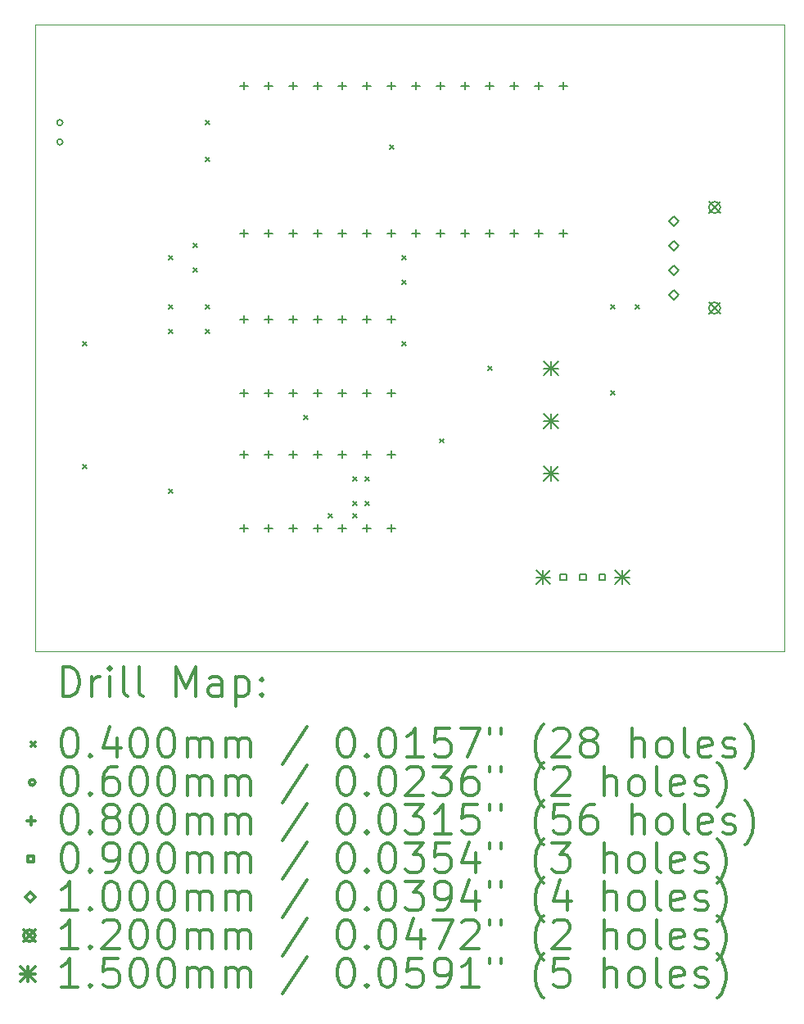
<source format=gbr>
%FSLAX45Y45*%
G04 Gerber Fmt 4.5, Leading zero omitted, Abs format (unit mm)*
G04 Created by KiCad (PCBNEW (5.1.12)-1) date 2021-11-17 21:29:07*
%MOMM*%
%LPD*%
G01*
G04 APERTURE LIST*
%TA.AperFunction,Profile*%
%ADD10C,0.050000*%
%TD*%
%ADD11C,0.200000*%
%ADD12C,0.300000*%
G04 APERTURE END LIST*
D10*
X14224000Y-3302000D02*
X14224000Y-9779000D01*
X6477000Y-9779000D02*
X6477000Y-3302000D01*
X14224000Y-9779000D02*
X6477000Y-9779000D01*
X6477000Y-3302000D02*
X14224000Y-3302000D01*
D11*
X6965000Y-6584000D02*
X7005000Y-6624000D01*
X7005000Y-6584000D02*
X6965000Y-6624000D01*
X6965000Y-7854000D02*
X7005000Y-7894000D01*
X7005000Y-7854000D02*
X6965000Y-7894000D01*
X7854000Y-5695000D02*
X7894000Y-5735000D01*
X7894000Y-5695000D02*
X7854000Y-5735000D01*
X7854000Y-6203000D02*
X7894000Y-6243000D01*
X7894000Y-6203000D02*
X7854000Y-6243000D01*
X7854000Y-6457000D02*
X7894000Y-6497000D01*
X7894000Y-6457000D02*
X7854000Y-6497000D01*
X7854000Y-8108000D02*
X7894000Y-8148000D01*
X7894000Y-8108000D02*
X7854000Y-8148000D01*
X8108000Y-5568000D02*
X8148000Y-5608000D01*
X8148000Y-5568000D02*
X8108000Y-5608000D01*
X8108000Y-5822000D02*
X8148000Y-5862000D01*
X8148000Y-5822000D02*
X8108000Y-5862000D01*
X8235000Y-4298000D02*
X8275000Y-4338000D01*
X8275000Y-4298000D02*
X8235000Y-4338000D01*
X8235000Y-4679000D02*
X8275000Y-4719000D01*
X8275000Y-4679000D02*
X8235000Y-4719000D01*
X8235000Y-6203000D02*
X8275000Y-6243000D01*
X8275000Y-6203000D02*
X8235000Y-6243000D01*
X8235000Y-6457000D02*
X8275000Y-6497000D01*
X8275000Y-6457000D02*
X8235000Y-6497000D01*
X9251000Y-7346000D02*
X9291000Y-7386000D01*
X9291000Y-7346000D02*
X9251000Y-7386000D01*
X9505000Y-8362000D02*
X9545000Y-8402000D01*
X9545000Y-8362000D02*
X9505000Y-8402000D01*
X9759000Y-7981000D02*
X9799000Y-8021000D01*
X9799000Y-7981000D02*
X9759000Y-8021000D01*
X9759000Y-8235000D02*
X9799000Y-8275000D01*
X9799000Y-8235000D02*
X9759000Y-8275000D01*
X9759000Y-8362000D02*
X9799000Y-8402000D01*
X9799000Y-8362000D02*
X9759000Y-8402000D01*
X9886000Y-7981000D02*
X9926000Y-8021000D01*
X9926000Y-7981000D02*
X9886000Y-8021000D01*
X9886000Y-8235000D02*
X9926000Y-8275000D01*
X9926000Y-8235000D02*
X9886000Y-8275000D01*
X10140000Y-4552000D02*
X10180000Y-4592000D01*
X10180000Y-4552000D02*
X10140000Y-4592000D01*
X10267000Y-5695000D02*
X10307000Y-5735000D01*
X10307000Y-5695000D02*
X10267000Y-5735000D01*
X10267000Y-5949000D02*
X10307000Y-5989000D01*
X10307000Y-5949000D02*
X10267000Y-5989000D01*
X10267000Y-6584000D02*
X10307000Y-6624000D01*
X10307000Y-6584000D02*
X10267000Y-6624000D01*
X10661500Y-7586500D02*
X10701500Y-7626500D01*
X10701500Y-7586500D02*
X10661500Y-7626500D01*
X11156000Y-6838000D02*
X11196000Y-6878000D01*
X11196000Y-6838000D02*
X11156000Y-6878000D01*
X12426000Y-6203000D02*
X12466000Y-6243000D01*
X12466000Y-6203000D02*
X12426000Y-6243000D01*
X12426000Y-7092000D02*
X12466000Y-7132000D01*
X12466000Y-7092000D02*
X12426000Y-7132000D01*
X12680000Y-6203000D02*
X12720000Y-6243000D01*
X12720000Y-6203000D02*
X12680000Y-6243000D01*
X6761000Y-4318000D02*
G75*
G03*
X6761000Y-4318000I-30000J0D01*
G01*
X6761000Y-4518000D02*
G75*
G03*
X6761000Y-4518000I-30000J0D01*
G01*
X8636000Y-3897000D02*
X8636000Y-3977000D01*
X8596000Y-3937000D02*
X8676000Y-3937000D01*
X8636000Y-5421000D02*
X8636000Y-5501000D01*
X8596000Y-5461000D02*
X8676000Y-5461000D01*
X8636000Y-6310000D02*
X8636000Y-6390000D01*
X8596000Y-6350000D02*
X8676000Y-6350000D01*
X8636000Y-7072000D02*
X8636000Y-7152000D01*
X8596000Y-7112000D02*
X8676000Y-7112000D01*
X8636000Y-7707000D02*
X8636000Y-7787000D01*
X8596000Y-7747000D02*
X8676000Y-7747000D01*
X8636000Y-8469000D02*
X8636000Y-8549000D01*
X8596000Y-8509000D02*
X8676000Y-8509000D01*
X8890000Y-3897000D02*
X8890000Y-3977000D01*
X8850000Y-3937000D02*
X8930000Y-3937000D01*
X8890000Y-5421000D02*
X8890000Y-5501000D01*
X8850000Y-5461000D02*
X8930000Y-5461000D01*
X8890000Y-6310000D02*
X8890000Y-6390000D01*
X8850000Y-6350000D02*
X8930000Y-6350000D01*
X8890000Y-7072000D02*
X8890000Y-7152000D01*
X8850000Y-7112000D02*
X8930000Y-7112000D01*
X8890000Y-7707000D02*
X8890000Y-7787000D01*
X8850000Y-7747000D02*
X8930000Y-7747000D01*
X8890000Y-8469000D02*
X8890000Y-8549000D01*
X8850000Y-8509000D02*
X8930000Y-8509000D01*
X9144000Y-3897000D02*
X9144000Y-3977000D01*
X9104000Y-3937000D02*
X9184000Y-3937000D01*
X9144000Y-5421000D02*
X9144000Y-5501000D01*
X9104000Y-5461000D02*
X9184000Y-5461000D01*
X9144000Y-6310000D02*
X9144000Y-6390000D01*
X9104000Y-6350000D02*
X9184000Y-6350000D01*
X9144000Y-7072000D02*
X9144000Y-7152000D01*
X9104000Y-7112000D02*
X9184000Y-7112000D01*
X9144000Y-7707000D02*
X9144000Y-7787000D01*
X9104000Y-7747000D02*
X9184000Y-7747000D01*
X9144000Y-8469000D02*
X9144000Y-8549000D01*
X9104000Y-8509000D02*
X9184000Y-8509000D01*
X9398000Y-3897000D02*
X9398000Y-3977000D01*
X9358000Y-3937000D02*
X9438000Y-3937000D01*
X9398000Y-5421000D02*
X9398000Y-5501000D01*
X9358000Y-5461000D02*
X9438000Y-5461000D01*
X9398000Y-6310000D02*
X9398000Y-6390000D01*
X9358000Y-6350000D02*
X9438000Y-6350000D01*
X9398000Y-7072000D02*
X9398000Y-7152000D01*
X9358000Y-7112000D02*
X9438000Y-7112000D01*
X9398000Y-7707000D02*
X9398000Y-7787000D01*
X9358000Y-7747000D02*
X9438000Y-7747000D01*
X9398000Y-8469000D02*
X9398000Y-8549000D01*
X9358000Y-8509000D02*
X9438000Y-8509000D01*
X9652000Y-3897000D02*
X9652000Y-3977000D01*
X9612000Y-3937000D02*
X9692000Y-3937000D01*
X9652000Y-5421000D02*
X9652000Y-5501000D01*
X9612000Y-5461000D02*
X9692000Y-5461000D01*
X9652000Y-6310000D02*
X9652000Y-6390000D01*
X9612000Y-6350000D02*
X9692000Y-6350000D01*
X9652000Y-7072000D02*
X9652000Y-7152000D01*
X9612000Y-7112000D02*
X9692000Y-7112000D01*
X9652000Y-7707000D02*
X9652000Y-7787000D01*
X9612000Y-7747000D02*
X9692000Y-7747000D01*
X9652000Y-8469000D02*
X9652000Y-8549000D01*
X9612000Y-8509000D02*
X9692000Y-8509000D01*
X9906000Y-3897000D02*
X9906000Y-3977000D01*
X9866000Y-3937000D02*
X9946000Y-3937000D01*
X9906000Y-5421000D02*
X9906000Y-5501000D01*
X9866000Y-5461000D02*
X9946000Y-5461000D01*
X9906000Y-6310000D02*
X9906000Y-6390000D01*
X9866000Y-6350000D02*
X9946000Y-6350000D01*
X9906000Y-7072000D02*
X9906000Y-7152000D01*
X9866000Y-7112000D02*
X9946000Y-7112000D01*
X9906000Y-7707000D02*
X9906000Y-7787000D01*
X9866000Y-7747000D02*
X9946000Y-7747000D01*
X9906000Y-8469000D02*
X9906000Y-8549000D01*
X9866000Y-8509000D02*
X9946000Y-8509000D01*
X10160000Y-3897000D02*
X10160000Y-3977000D01*
X10120000Y-3937000D02*
X10200000Y-3937000D01*
X10160000Y-5421000D02*
X10160000Y-5501000D01*
X10120000Y-5461000D02*
X10200000Y-5461000D01*
X10160000Y-6310000D02*
X10160000Y-6390000D01*
X10120000Y-6350000D02*
X10200000Y-6350000D01*
X10160000Y-7072000D02*
X10160000Y-7152000D01*
X10120000Y-7112000D02*
X10200000Y-7112000D01*
X10160000Y-7707000D02*
X10160000Y-7787000D01*
X10120000Y-7747000D02*
X10200000Y-7747000D01*
X10160000Y-8469000D02*
X10160000Y-8549000D01*
X10120000Y-8509000D02*
X10200000Y-8509000D01*
X10414000Y-3897000D02*
X10414000Y-3977000D01*
X10374000Y-3937000D02*
X10454000Y-3937000D01*
X10414000Y-5421000D02*
X10414000Y-5501000D01*
X10374000Y-5461000D02*
X10454000Y-5461000D01*
X10668000Y-3897000D02*
X10668000Y-3977000D01*
X10628000Y-3937000D02*
X10708000Y-3937000D01*
X10668000Y-5421000D02*
X10668000Y-5501000D01*
X10628000Y-5461000D02*
X10708000Y-5461000D01*
X10922000Y-3897000D02*
X10922000Y-3977000D01*
X10882000Y-3937000D02*
X10962000Y-3937000D01*
X10922000Y-5421000D02*
X10922000Y-5501000D01*
X10882000Y-5461000D02*
X10962000Y-5461000D01*
X11176000Y-3897000D02*
X11176000Y-3977000D01*
X11136000Y-3937000D02*
X11216000Y-3937000D01*
X11176000Y-5421000D02*
X11176000Y-5501000D01*
X11136000Y-5461000D02*
X11216000Y-5461000D01*
X11430000Y-3897000D02*
X11430000Y-3977000D01*
X11390000Y-3937000D02*
X11470000Y-3937000D01*
X11430000Y-5421000D02*
X11430000Y-5501000D01*
X11390000Y-5461000D02*
X11470000Y-5461000D01*
X11684000Y-3897000D02*
X11684000Y-3977000D01*
X11644000Y-3937000D02*
X11724000Y-3937000D01*
X11684000Y-5421000D02*
X11684000Y-5501000D01*
X11644000Y-5461000D02*
X11724000Y-5461000D01*
X11938000Y-3897000D02*
X11938000Y-3977000D01*
X11898000Y-3937000D02*
X11978000Y-3937000D01*
X11938000Y-5421000D02*
X11938000Y-5501000D01*
X11898000Y-5461000D02*
X11978000Y-5461000D01*
X11969820Y-9048820D02*
X11969820Y-8985180D01*
X11906180Y-8985180D01*
X11906180Y-9048820D01*
X11969820Y-9048820D01*
X12169820Y-9048820D02*
X12169820Y-8985180D01*
X12106180Y-8985180D01*
X12106180Y-9048820D01*
X12169820Y-9048820D01*
X12369820Y-9048820D02*
X12369820Y-8985180D01*
X12306180Y-8985180D01*
X12306180Y-9048820D01*
X12369820Y-9048820D01*
X13081000Y-5384000D02*
X13131000Y-5334000D01*
X13081000Y-5284000D01*
X13031000Y-5334000D01*
X13081000Y-5384000D01*
X13081000Y-5638000D02*
X13131000Y-5588000D01*
X13081000Y-5538000D01*
X13031000Y-5588000D01*
X13081000Y-5638000D01*
X13081000Y-5892000D02*
X13131000Y-5842000D01*
X13081000Y-5792000D01*
X13031000Y-5842000D01*
X13081000Y-5892000D01*
X13081000Y-6146000D02*
X13131000Y-6096000D01*
X13081000Y-6046000D01*
X13031000Y-6096000D01*
X13081000Y-6146000D01*
X13441000Y-5135000D02*
X13561000Y-5255000D01*
X13561000Y-5135000D02*
X13441000Y-5255000D01*
X13561000Y-5195000D02*
G75*
G03*
X13561000Y-5195000I-60000J0D01*
G01*
X13441000Y-6175000D02*
X13561000Y-6295000D01*
X13561000Y-6175000D02*
X13441000Y-6295000D01*
X13561000Y-6235000D02*
G75*
G03*
X13561000Y-6235000I-60000J0D01*
G01*
X11653000Y-8942000D02*
X11803000Y-9092000D01*
X11803000Y-8942000D02*
X11653000Y-9092000D01*
X11728000Y-8942000D02*
X11728000Y-9092000D01*
X11653000Y-9017000D02*
X11803000Y-9017000D01*
X11736000Y-6783000D02*
X11886000Y-6933000D01*
X11886000Y-6783000D02*
X11736000Y-6933000D01*
X11811000Y-6783000D02*
X11811000Y-6933000D01*
X11736000Y-6858000D02*
X11886000Y-6858000D01*
X11736000Y-7328000D02*
X11886000Y-7478000D01*
X11886000Y-7328000D02*
X11736000Y-7478000D01*
X11811000Y-7328000D02*
X11811000Y-7478000D01*
X11736000Y-7403000D02*
X11886000Y-7403000D01*
X11736000Y-7873000D02*
X11886000Y-8023000D01*
X11886000Y-7873000D02*
X11736000Y-8023000D01*
X11811000Y-7873000D02*
X11811000Y-8023000D01*
X11736000Y-7948000D02*
X11886000Y-7948000D01*
X12473000Y-8942000D02*
X12623000Y-9092000D01*
X12623000Y-8942000D02*
X12473000Y-9092000D01*
X12548000Y-8942000D02*
X12548000Y-9092000D01*
X12473000Y-9017000D02*
X12623000Y-9017000D01*
D12*
X6760928Y-10247214D02*
X6760928Y-9947214D01*
X6832357Y-9947214D01*
X6875214Y-9961500D01*
X6903786Y-9990072D01*
X6918071Y-10018643D01*
X6932357Y-10075786D01*
X6932357Y-10118643D01*
X6918071Y-10175786D01*
X6903786Y-10204357D01*
X6875214Y-10232929D01*
X6832357Y-10247214D01*
X6760928Y-10247214D01*
X7060928Y-10247214D02*
X7060928Y-10047214D01*
X7060928Y-10104357D02*
X7075214Y-10075786D01*
X7089500Y-10061500D01*
X7118071Y-10047214D01*
X7146643Y-10047214D01*
X7246643Y-10247214D02*
X7246643Y-10047214D01*
X7246643Y-9947214D02*
X7232357Y-9961500D01*
X7246643Y-9975786D01*
X7260928Y-9961500D01*
X7246643Y-9947214D01*
X7246643Y-9975786D01*
X7432357Y-10247214D02*
X7403786Y-10232929D01*
X7389500Y-10204357D01*
X7389500Y-9947214D01*
X7589500Y-10247214D02*
X7560928Y-10232929D01*
X7546643Y-10204357D01*
X7546643Y-9947214D01*
X7932357Y-10247214D02*
X7932357Y-9947214D01*
X8032357Y-10161500D01*
X8132357Y-9947214D01*
X8132357Y-10247214D01*
X8403786Y-10247214D02*
X8403786Y-10090072D01*
X8389500Y-10061500D01*
X8360928Y-10047214D01*
X8303786Y-10047214D01*
X8275214Y-10061500D01*
X8403786Y-10232929D02*
X8375214Y-10247214D01*
X8303786Y-10247214D01*
X8275214Y-10232929D01*
X8260928Y-10204357D01*
X8260928Y-10175786D01*
X8275214Y-10147214D01*
X8303786Y-10132929D01*
X8375214Y-10132929D01*
X8403786Y-10118643D01*
X8546643Y-10047214D02*
X8546643Y-10347214D01*
X8546643Y-10061500D02*
X8575214Y-10047214D01*
X8632357Y-10047214D01*
X8660928Y-10061500D01*
X8675214Y-10075786D01*
X8689500Y-10104357D01*
X8689500Y-10190072D01*
X8675214Y-10218643D01*
X8660928Y-10232929D01*
X8632357Y-10247214D01*
X8575214Y-10247214D01*
X8546643Y-10232929D01*
X8818071Y-10218643D02*
X8832357Y-10232929D01*
X8818071Y-10247214D01*
X8803786Y-10232929D01*
X8818071Y-10218643D01*
X8818071Y-10247214D01*
X8818071Y-10061500D02*
X8832357Y-10075786D01*
X8818071Y-10090072D01*
X8803786Y-10075786D01*
X8818071Y-10061500D01*
X8818071Y-10090072D01*
X6434500Y-10721500D02*
X6474500Y-10761500D01*
X6474500Y-10721500D02*
X6434500Y-10761500D01*
X6818071Y-10577214D02*
X6846643Y-10577214D01*
X6875214Y-10591500D01*
X6889500Y-10605786D01*
X6903786Y-10634357D01*
X6918071Y-10691500D01*
X6918071Y-10762929D01*
X6903786Y-10820072D01*
X6889500Y-10848643D01*
X6875214Y-10862929D01*
X6846643Y-10877214D01*
X6818071Y-10877214D01*
X6789500Y-10862929D01*
X6775214Y-10848643D01*
X6760928Y-10820072D01*
X6746643Y-10762929D01*
X6746643Y-10691500D01*
X6760928Y-10634357D01*
X6775214Y-10605786D01*
X6789500Y-10591500D01*
X6818071Y-10577214D01*
X7046643Y-10848643D02*
X7060928Y-10862929D01*
X7046643Y-10877214D01*
X7032357Y-10862929D01*
X7046643Y-10848643D01*
X7046643Y-10877214D01*
X7318071Y-10677214D02*
X7318071Y-10877214D01*
X7246643Y-10562929D02*
X7175214Y-10777214D01*
X7360928Y-10777214D01*
X7532357Y-10577214D02*
X7560928Y-10577214D01*
X7589500Y-10591500D01*
X7603786Y-10605786D01*
X7618071Y-10634357D01*
X7632357Y-10691500D01*
X7632357Y-10762929D01*
X7618071Y-10820072D01*
X7603786Y-10848643D01*
X7589500Y-10862929D01*
X7560928Y-10877214D01*
X7532357Y-10877214D01*
X7503786Y-10862929D01*
X7489500Y-10848643D01*
X7475214Y-10820072D01*
X7460928Y-10762929D01*
X7460928Y-10691500D01*
X7475214Y-10634357D01*
X7489500Y-10605786D01*
X7503786Y-10591500D01*
X7532357Y-10577214D01*
X7818071Y-10577214D02*
X7846643Y-10577214D01*
X7875214Y-10591500D01*
X7889500Y-10605786D01*
X7903786Y-10634357D01*
X7918071Y-10691500D01*
X7918071Y-10762929D01*
X7903786Y-10820072D01*
X7889500Y-10848643D01*
X7875214Y-10862929D01*
X7846643Y-10877214D01*
X7818071Y-10877214D01*
X7789500Y-10862929D01*
X7775214Y-10848643D01*
X7760928Y-10820072D01*
X7746643Y-10762929D01*
X7746643Y-10691500D01*
X7760928Y-10634357D01*
X7775214Y-10605786D01*
X7789500Y-10591500D01*
X7818071Y-10577214D01*
X8046643Y-10877214D02*
X8046643Y-10677214D01*
X8046643Y-10705786D02*
X8060928Y-10691500D01*
X8089500Y-10677214D01*
X8132357Y-10677214D01*
X8160928Y-10691500D01*
X8175214Y-10720072D01*
X8175214Y-10877214D01*
X8175214Y-10720072D02*
X8189500Y-10691500D01*
X8218071Y-10677214D01*
X8260928Y-10677214D01*
X8289500Y-10691500D01*
X8303786Y-10720072D01*
X8303786Y-10877214D01*
X8446643Y-10877214D02*
X8446643Y-10677214D01*
X8446643Y-10705786D02*
X8460928Y-10691500D01*
X8489500Y-10677214D01*
X8532357Y-10677214D01*
X8560928Y-10691500D01*
X8575214Y-10720072D01*
X8575214Y-10877214D01*
X8575214Y-10720072D02*
X8589500Y-10691500D01*
X8618071Y-10677214D01*
X8660928Y-10677214D01*
X8689500Y-10691500D01*
X8703786Y-10720072D01*
X8703786Y-10877214D01*
X9289500Y-10562929D02*
X9032357Y-10948643D01*
X9675214Y-10577214D02*
X9703786Y-10577214D01*
X9732357Y-10591500D01*
X9746643Y-10605786D01*
X9760928Y-10634357D01*
X9775214Y-10691500D01*
X9775214Y-10762929D01*
X9760928Y-10820072D01*
X9746643Y-10848643D01*
X9732357Y-10862929D01*
X9703786Y-10877214D01*
X9675214Y-10877214D01*
X9646643Y-10862929D01*
X9632357Y-10848643D01*
X9618071Y-10820072D01*
X9603786Y-10762929D01*
X9603786Y-10691500D01*
X9618071Y-10634357D01*
X9632357Y-10605786D01*
X9646643Y-10591500D01*
X9675214Y-10577214D01*
X9903786Y-10848643D02*
X9918071Y-10862929D01*
X9903786Y-10877214D01*
X9889500Y-10862929D01*
X9903786Y-10848643D01*
X9903786Y-10877214D01*
X10103786Y-10577214D02*
X10132357Y-10577214D01*
X10160928Y-10591500D01*
X10175214Y-10605786D01*
X10189500Y-10634357D01*
X10203786Y-10691500D01*
X10203786Y-10762929D01*
X10189500Y-10820072D01*
X10175214Y-10848643D01*
X10160928Y-10862929D01*
X10132357Y-10877214D01*
X10103786Y-10877214D01*
X10075214Y-10862929D01*
X10060928Y-10848643D01*
X10046643Y-10820072D01*
X10032357Y-10762929D01*
X10032357Y-10691500D01*
X10046643Y-10634357D01*
X10060928Y-10605786D01*
X10075214Y-10591500D01*
X10103786Y-10577214D01*
X10489500Y-10877214D02*
X10318071Y-10877214D01*
X10403786Y-10877214D02*
X10403786Y-10577214D01*
X10375214Y-10620072D01*
X10346643Y-10648643D01*
X10318071Y-10662929D01*
X10760928Y-10577214D02*
X10618071Y-10577214D01*
X10603786Y-10720072D01*
X10618071Y-10705786D01*
X10646643Y-10691500D01*
X10718071Y-10691500D01*
X10746643Y-10705786D01*
X10760928Y-10720072D01*
X10775214Y-10748643D01*
X10775214Y-10820072D01*
X10760928Y-10848643D01*
X10746643Y-10862929D01*
X10718071Y-10877214D01*
X10646643Y-10877214D01*
X10618071Y-10862929D01*
X10603786Y-10848643D01*
X10875214Y-10577214D02*
X11075214Y-10577214D01*
X10946643Y-10877214D01*
X11175214Y-10577214D02*
X11175214Y-10634357D01*
X11289500Y-10577214D02*
X11289500Y-10634357D01*
X11732357Y-10991500D02*
X11718071Y-10977214D01*
X11689500Y-10934357D01*
X11675214Y-10905786D01*
X11660928Y-10862929D01*
X11646643Y-10791500D01*
X11646643Y-10734357D01*
X11660928Y-10662929D01*
X11675214Y-10620072D01*
X11689500Y-10591500D01*
X11718071Y-10548643D01*
X11732357Y-10534357D01*
X11832357Y-10605786D02*
X11846643Y-10591500D01*
X11875214Y-10577214D01*
X11946643Y-10577214D01*
X11975214Y-10591500D01*
X11989500Y-10605786D01*
X12003786Y-10634357D01*
X12003786Y-10662929D01*
X11989500Y-10705786D01*
X11818071Y-10877214D01*
X12003786Y-10877214D01*
X12175214Y-10705786D02*
X12146643Y-10691500D01*
X12132357Y-10677214D01*
X12118071Y-10648643D01*
X12118071Y-10634357D01*
X12132357Y-10605786D01*
X12146643Y-10591500D01*
X12175214Y-10577214D01*
X12232357Y-10577214D01*
X12260928Y-10591500D01*
X12275214Y-10605786D01*
X12289500Y-10634357D01*
X12289500Y-10648643D01*
X12275214Y-10677214D01*
X12260928Y-10691500D01*
X12232357Y-10705786D01*
X12175214Y-10705786D01*
X12146643Y-10720072D01*
X12132357Y-10734357D01*
X12118071Y-10762929D01*
X12118071Y-10820072D01*
X12132357Y-10848643D01*
X12146643Y-10862929D01*
X12175214Y-10877214D01*
X12232357Y-10877214D01*
X12260928Y-10862929D01*
X12275214Y-10848643D01*
X12289500Y-10820072D01*
X12289500Y-10762929D01*
X12275214Y-10734357D01*
X12260928Y-10720072D01*
X12232357Y-10705786D01*
X12646643Y-10877214D02*
X12646643Y-10577214D01*
X12775214Y-10877214D02*
X12775214Y-10720072D01*
X12760928Y-10691500D01*
X12732357Y-10677214D01*
X12689500Y-10677214D01*
X12660928Y-10691500D01*
X12646643Y-10705786D01*
X12960928Y-10877214D02*
X12932357Y-10862929D01*
X12918071Y-10848643D01*
X12903786Y-10820072D01*
X12903786Y-10734357D01*
X12918071Y-10705786D01*
X12932357Y-10691500D01*
X12960928Y-10677214D01*
X13003786Y-10677214D01*
X13032357Y-10691500D01*
X13046643Y-10705786D01*
X13060928Y-10734357D01*
X13060928Y-10820072D01*
X13046643Y-10848643D01*
X13032357Y-10862929D01*
X13003786Y-10877214D01*
X12960928Y-10877214D01*
X13232357Y-10877214D02*
X13203786Y-10862929D01*
X13189500Y-10834357D01*
X13189500Y-10577214D01*
X13460928Y-10862929D02*
X13432357Y-10877214D01*
X13375214Y-10877214D01*
X13346643Y-10862929D01*
X13332357Y-10834357D01*
X13332357Y-10720072D01*
X13346643Y-10691500D01*
X13375214Y-10677214D01*
X13432357Y-10677214D01*
X13460928Y-10691500D01*
X13475214Y-10720072D01*
X13475214Y-10748643D01*
X13332357Y-10777214D01*
X13589500Y-10862929D02*
X13618071Y-10877214D01*
X13675214Y-10877214D01*
X13703786Y-10862929D01*
X13718071Y-10834357D01*
X13718071Y-10820072D01*
X13703786Y-10791500D01*
X13675214Y-10777214D01*
X13632357Y-10777214D01*
X13603786Y-10762929D01*
X13589500Y-10734357D01*
X13589500Y-10720072D01*
X13603786Y-10691500D01*
X13632357Y-10677214D01*
X13675214Y-10677214D01*
X13703786Y-10691500D01*
X13818071Y-10991500D02*
X13832357Y-10977214D01*
X13860928Y-10934357D01*
X13875214Y-10905786D01*
X13889500Y-10862929D01*
X13903786Y-10791500D01*
X13903786Y-10734357D01*
X13889500Y-10662929D01*
X13875214Y-10620072D01*
X13860928Y-10591500D01*
X13832357Y-10548643D01*
X13818071Y-10534357D01*
X6474500Y-11137500D02*
G75*
G03*
X6474500Y-11137500I-30000J0D01*
G01*
X6818071Y-10973214D02*
X6846643Y-10973214D01*
X6875214Y-10987500D01*
X6889500Y-11001786D01*
X6903786Y-11030357D01*
X6918071Y-11087500D01*
X6918071Y-11158929D01*
X6903786Y-11216071D01*
X6889500Y-11244643D01*
X6875214Y-11258929D01*
X6846643Y-11273214D01*
X6818071Y-11273214D01*
X6789500Y-11258929D01*
X6775214Y-11244643D01*
X6760928Y-11216071D01*
X6746643Y-11158929D01*
X6746643Y-11087500D01*
X6760928Y-11030357D01*
X6775214Y-11001786D01*
X6789500Y-10987500D01*
X6818071Y-10973214D01*
X7046643Y-11244643D02*
X7060928Y-11258929D01*
X7046643Y-11273214D01*
X7032357Y-11258929D01*
X7046643Y-11244643D01*
X7046643Y-11273214D01*
X7318071Y-10973214D02*
X7260928Y-10973214D01*
X7232357Y-10987500D01*
X7218071Y-11001786D01*
X7189500Y-11044643D01*
X7175214Y-11101786D01*
X7175214Y-11216071D01*
X7189500Y-11244643D01*
X7203786Y-11258929D01*
X7232357Y-11273214D01*
X7289500Y-11273214D01*
X7318071Y-11258929D01*
X7332357Y-11244643D01*
X7346643Y-11216071D01*
X7346643Y-11144643D01*
X7332357Y-11116072D01*
X7318071Y-11101786D01*
X7289500Y-11087500D01*
X7232357Y-11087500D01*
X7203786Y-11101786D01*
X7189500Y-11116072D01*
X7175214Y-11144643D01*
X7532357Y-10973214D02*
X7560928Y-10973214D01*
X7589500Y-10987500D01*
X7603786Y-11001786D01*
X7618071Y-11030357D01*
X7632357Y-11087500D01*
X7632357Y-11158929D01*
X7618071Y-11216071D01*
X7603786Y-11244643D01*
X7589500Y-11258929D01*
X7560928Y-11273214D01*
X7532357Y-11273214D01*
X7503786Y-11258929D01*
X7489500Y-11244643D01*
X7475214Y-11216071D01*
X7460928Y-11158929D01*
X7460928Y-11087500D01*
X7475214Y-11030357D01*
X7489500Y-11001786D01*
X7503786Y-10987500D01*
X7532357Y-10973214D01*
X7818071Y-10973214D02*
X7846643Y-10973214D01*
X7875214Y-10987500D01*
X7889500Y-11001786D01*
X7903786Y-11030357D01*
X7918071Y-11087500D01*
X7918071Y-11158929D01*
X7903786Y-11216071D01*
X7889500Y-11244643D01*
X7875214Y-11258929D01*
X7846643Y-11273214D01*
X7818071Y-11273214D01*
X7789500Y-11258929D01*
X7775214Y-11244643D01*
X7760928Y-11216071D01*
X7746643Y-11158929D01*
X7746643Y-11087500D01*
X7760928Y-11030357D01*
X7775214Y-11001786D01*
X7789500Y-10987500D01*
X7818071Y-10973214D01*
X8046643Y-11273214D02*
X8046643Y-11073214D01*
X8046643Y-11101786D02*
X8060928Y-11087500D01*
X8089500Y-11073214D01*
X8132357Y-11073214D01*
X8160928Y-11087500D01*
X8175214Y-11116072D01*
X8175214Y-11273214D01*
X8175214Y-11116072D02*
X8189500Y-11087500D01*
X8218071Y-11073214D01*
X8260928Y-11073214D01*
X8289500Y-11087500D01*
X8303786Y-11116072D01*
X8303786Y-11273214D01*
X8446643Y-11273214D02*
X8446643Y-11073214D01*
X8446643Y-11101786D02*
X8460928Y-11087500D01*
X8489500Y-11073214D01*
X8532357Y-11073214D01*
X8560928Y-11087500D01*
X8575214Y-11116072D01*
X8575214Y-11273214D01*
X8575214Y-11116072D02*
X8589500Y-11087500D01*
X8618071Y-11073214D01*
X8660928Y-11073214D01*
X8689500Y-11087500D01*
X8703786Y-11116072D01*
X8703786Y-11273214D01*
X9289500Y-10958929D02*
X9032357Y-11344643D01*
X9675214Y-10973214D02*
X9703786Y-10973214D01*
X9732357Y-10987500D01*
X9746643Y-11001786D01*
X9760928Y-11030357D01*
X9775214Y-11087500D01*
X9775214Y-11158929D01*
X9760928Y-11216071D01*
X9746643Y-11244643D01*
X9732357Y-11258929D01*
X9703786Y-11273214D01*
X9675214Y-11273214D01*
X9646643Y-11258929D01*
X9632357Y-11244643D01*
X9618071Y-11216071D01*
X9603786Y-11158929D01*
X9603786Y-11087500D01*
X9618071Y-11030357D01*
X9632357Y-11001786D01*
X9646643Y-10987500D01*
X9675214Y-10973214D01*
X9903786Y-11244643D02*
X9918071Y-11258929D01*
X9903786Y-11273214D01*
X9889500Y-11258929D01*
X9903786Y-11244643D01*
X9903786Y-11273214D01*
X10103786Y-10973214D02*
X10132357Y-10973214D01*
X10160928Y-10987500D01*
X10175214Y-11001786D01*
X10189500Y-11030357D01*
X10203786Y-11087500D01*
X10203786Y-11158929D01*
X10189500Y-11216071D01*
X10175214Y-11244643D01*
X10160928Y-11258929D01*
X10132357Y-11273214D01*
X10103786Y-11273214D01*
X10075214Y-11258929D01*
X10060928Y-11244643D01*
X10046643Y-11216071D01*
X10032357Y-11158929D01*
X10032357Y-11087500D01*
X10046643Y-11030357D01*
X10060928Y-11001786D01*
X10075214Y-10987500D01*
X10103786Y-10973214D01*
X10318071Y-11001786D02*
X10332357Y-10987500D01*
X10360928Y-10973214D01*
X10432357Y-10973214D01*
X10460928Y-10987500D01*
X10475214Y-11001786D01*
X10489500Y-11030357D01*
X10489500Y-11058929D01*
X10475214Y-11101786D01*
X10303786Y-11273214D01*
X10489500Y-11273214D01*
X10589500Y-10973214D02*
X10775214Y-10973214D01*
X10675214Y-11087500D01*
X10718071Y-11087500D01*
X10746643Y-11101786D01*
X10760928Y-11116072D01*
X10775214Y-11144643D01*
X10775214Y-11216071D01*
X10760928Y-11244643D01*
X10746643Y-11258929D01*
X10718071Y-11273214D01*
X10632357Y-11273214D01*
X10603786Y-11258929D01*
X10589500Y-11244643D01*
X11032357Y-10973214D02*
X10975214Y-10973214D01*
X10946643Y-10987500D01*
X10932357Y-11001786D01*
X10903786Y-11044643D01*
X10889500Y-11101786D01*
X10889500Y-11216071D01*
X10903786Y-11244643D01*
X10918071Y-11258929D01*
X10946643Y-11273214D01*
X11003786Y-11273214D01*
X11032357Y-11258929D01*
X11046643Y-11244643D01*
X11060928Y-11216071D01*
X11060928Y-11144643D01*
X11046643Y-11116072D01*
X11032357Y-11101786D01*
X11003786Y-11087500D01*
X10946643Y-11087500D01*
X10918071Y-11101786D01*
X10903786Y-11116072D01*
X10889500Y-11144643D01*
X11175214Y-10973214D02*
X11175214Y-11030357D01*
X11289500Y-10973214D02*
X11289500Y-11030357D01*
X11732357Y-11387500D02*
X11718071Y-11373214D01*
X11689500Y-11330357D01*
X11675214Y-11301786D01*
X11660928Y-11258929D01*
X11646643Y-11187500D01*
X11646643Y-11130357D01*
X11660928Y-11058929D01*
X11675214Y-11016072D01*
X11689500Y-10987500D01*
X11718071Y-10944643D01*
X11732357Y-10930357D01*
X11832357Y-11001786D02*
X11846643Y-10987500D01*
X11875214Y-10973214D01*
X11946643Y-10973214D01*
X11975214Y-10987500D01*
X11989500Y-11001786D01*
X12003786Y-11030357D01*
X12003786Y-11058929D01*
X11989500Y-11101786D01*
X11818071Y-11273214D01*
X12003786Y-11273214D01*
X12360928Y-11273214D02*
X12360928Y-10973214D01*
X12489500Y-11273214D02*
X12489500Y-11116072D01*
X12475214Y-11087500D01*
X12446643Y-11073214D01*
X12403786Y-11073214D01*
X12375214Y-11087500D01*
X12360928Y-11101786D01*
X12675214Y-11273214D02*
X12646643Y-11258929D01*
X12632357Y-11244643D01*
X12618071Y-11216071D01*
X12618071Y-11130357D01*
X12632357Y-11101786D01*
X12646643Y-11087500D01*
X12675214Y-11073214D01*
X12718071Y-11073214D01*
X12746643Y-11087500D01*
X12760928Y-11101786D01*
X12775214Y-11130357D01*
X12775214Y-11216071D01*
X12760928Y-11244643D01*
X12746643Y-11258929D01*
X12718071Y-11273214D01*
X12675214Y-11273214D01*
X12946643Y-11273214D02*
X12918071Y-11258929D01*
X12903786Y-11230357D01*
X12903786Y-10973214D01*
X13175214Y-11258929D02*
X13146643Y-11273214D01*
X13089500Y-11273214D01*
X13060928Y-11258929D01*
X13046643Y-11230357D01*
X13046643Y-11116072D01*
X13060928Y-11087500D01*
X13089500Y-11073214D01*
X13146643Y-11073214D01*
X13175214Y-11087500D01*
X13189500Y-11116072D01*
X13189500Y-11144643D01*
X13046643Y-11173214D01*
X13303786Y-11258929D02*
X13332357Y-11273214D01*
X13389500Y-11273214D01*
X13418071Y-11258929D01*
X13432357Y-11230357D01*
X13432357Y-11216071D01*
X13418071Y-11187500D01*
X13389500Y-11173214D01*
X13346643Y-11173214D01*
X13318071Y-11158929D01*
X13303786Y-11130357D01*
X13303786Y-11116072D01*
X13318071Y-11087500D01*
X13346643Y-11073214D01*
X13389500Y-11073214D01*
X13418071Y-11087500D01*
X13532357Y-11387500D02*
X13546643Y-11373214D01*
X13575214Y-11330357D01*
X13589500Y-11301786D01*
X13603786Y-11258929D01*
X13618071Y-11187500D01*
X13618071Y-11130357D01*
X13603786Y-11058929D01*
X13589500Y-11016072D01*
X13575214Y-10987500D01*
X13546643Y-10944643D01*
X13532357Y-10930357D01*
X6434500Y-11493500D02*
X6434500Y-11573500D01*
X6394500Y-11533500D02*
X6474500Y-11533500D01*
X6818071Y-11369214D02*
X6846643Y-11369214D01*
X6875214Y-11383500D01*
X6889500Y-11397786D01*
X6903786Y-11426357D01*
X6918071Y-11483500D01*
X6918071Y-11554929D01*
X6903786Y-11612071D01*
X6889500Y-11640643D01*
X6875214Y-11654929D01*
X6846643Y-11669214D01*
X6818071Y-11669214D01*
X6789500Y-11654929D01*
X6775214Y-11640643D01*
X6760928Y-11612071D01*
X6746643Y-11554929D01*
X6746643Y-11483500D01*
X6760928Y-11426357D01*
X6775214Y-11397786D01*
X6789500Y-11383500D01*
X6818071Y-11369214D01*
X7046643Y-11640643D02*
X7060928Y-11654929D01*
X7046643Y-11669214D01*
X7032357Y-11654929D01*
X7046643Y-11640643D01*
X7046643Y-11669214D01*
X7232357Y-11497786D02*
X7203786Y-11483500D01*
X7189500Y-11469214D01*
X7175214Y-11440643D01*
X7175214Y-11426357D01*
X7189500Y-11397786D01*
X7203786Y-11383500D01*
X7232357Y-11369214D01*
X7289500Y-11369214D01*
X7318071Y-11383500D01*
X7332357Y-11397786D01*
X7346643Y-11426357D01*
X7346643Y-11440643D01*
X7332357Y-11469214D01*
X7318071Y-11483500D01*
X7289500Y-11497786D01*
X7232357Y-11497786D01*
X7203786Y-11512071D01*
X7189500Y-11526357D01*
X7175214Y-11554929D01*
X7175214Y-11612071D01*
X7189500Y-11640643D01*
X7203786Y-11654929D01*
X7232357Y-11669214D01*
X7289500Y-11669214D01*
X7318071Y-11654929D01*
X7332357Y-11640643D01*
X7346643Y-11612071D01*
X7346643Y-11554929D01*
X7332357Y-11526357D01*
X7318071Y-11512071D01*
X7289500Y-11497786D01*
X7532357Y-11369214D02*
X7560928Y-11369214D01*
X7589500Y-11383500D01*
X7603786Y-11397786D01*
X7618071Y-11426357D01*
X7632357Y-11483500D01*
X7632357Y-11554929D01*
X7618071Y-11612071D01*
X7603786Y-11640643D01*
X7589500Y-11654929D01*
X7560928Y-11669214D01*
X7532357Y-11669214D01*
X7503786Y-11654929D01*
X7489500Y-11640643D01*
X7475214Y-11612071D01*
X7460928Y-11554929D01*
X7460928Y-11483500D01*
X7475214Y-11426357D01*
X7489500Y-11397786D01*
X7503786Y-11383500D01*
X7532357Y-11369214D01*
X7818071Y-11369214D02*
X7846643Y-11369214D01*
X7875214Y-11383500D01*
X7889500Y-11397786D01*
X7903786Y-11426357D01*
X7918071Y-11483500D01*
X7918071Y-11554929D01*
X7903786Y-11612071D01*
X7889500Y-11640643D01*
X7875214Y-11654929D01*
X7846643Y-11669214D01*
X7818071Y-11669214D01*
X7789500Y-11654929D01*
X7775214Y-11640643D01*
X7760928Y-11612071D01*
X7746643Y-11554929D01*
X7746643Y-11483500D01*
X7760928Y-11426357D01*
X7775214Y-11397786D01*
X7789500Y-11383500D01*
X7818071Y-11369214D01*
X8046643Y-11669214D02*
X8046643Y-11469214D01*
X8046643Y-11497786D02*
X8060928Y-11483500D01*
X8089500Y-11469214D01*
X8132357Y-11469214D01*
X8160928Y-11483500D01*
X8175214Y-11512071D01*
X8175214Y-11669214D01*
X8175214Y-11512071D02*
X8189500Y-11483500D01*
X8218071Y-11469214D01*
X8260928Y-11469214D01*
X8289500Y-11483500D01*
X8303786Y-11512071D01*
X8303786Y-11669214D01*
X8446643Y-11669214D02*
X8446643Y-11469214D01*
X8446643Y-11497786D02*
X8460928Y-11483500D01*
X8489500Y-11469214D01*
X8532357Y-11469214D01*
X8560928Y-11483500D01*
X8575214Y-11512071D01*
X8575214Y-11669214D01*
X8575214Y-11512071D02*
X8589500Y-11483500D01*
X8618071Y-11469214D01*
X8660928Y-11469214D01*
X8689500Y-11483500D01*
X8703786Y-11512071D01*
X8703786Y-11669214D01*
X9289500Y-11354929D02*
X9032357Y-11740643D01*
X9675214Y-11369214D02*
X9703786Y-11369214D01*
X9732357Y-11383500D01*
X9746643Y-11397786D01*
X9760928Y-11426357D01*
X9775214Y-11483500D01*
X9775214Y-11554929D01*
X9760928Y-11612071D01*
X9746643Y-11640643D01*
X9732357Y-11654929D01*
X9703786Y-11669214D01*
X9675214Y-11669214D01*
X9646643Y-11654929D01*
X9632357Y-11640643D01*
X9618071Y-11612071D01*
X9603786Y-11554929D01*
X9603786Y-11483500D01*
X9618071Y-11426357D01*
X9632357Y-11397786D01*
X9646643Y-11383500D01*
X9675214Y-11369214D01*
X9903786Y-11640643D02*
X9918071Y-11654929D01*
X9903786Y-11669214D01*
X9889500Y-11654929D01*
X9903786Y-11640643D01*
X9903786Y-11669214D01*
X10103786Y-11369214D02*
X10132357Y-11369214D01*
X10160928Y-11383500D01*
X10175214Y-11397786D01*
X10189500Y-11426357D01*
X10203786Y-11483500D01*
X10203786Y-11554929D01*
X10189500Y-11612071D01*
X10175214Y-11640643D01*
X10160928Y-11654929D01*
X10132357Y-11669214D01*
X10103786Y-11669214D01*
X10075214Y-11654929D01*
X10060928Y-11640643D01*
X10046643Y-11612071D01*
X10032357Y-11554929D01*
X10032357Y-11483500D01*
X10046643Y-11426357D01*
X10060928Y-11397786D01*
X10075214Y-11383500D01*
X10103786Y-11369214D01*
X10303786Y-11369214D02*
X10489500Y-11369214D01*
X10389500Y-11483500D01*
X10432357Y-11483500D01*
X10460928Y-11497786D01*
X10475214Y-11512071D01*
X10489500Y-11540643D01*
X10489500Y-11612071D01*
X10475214Y-11640643D01*
X10460928Y-11654929D01*
X10432357Y-11669214D01*
X10346643Y-11669214D01*
X10318071Y-11654929D01*
X10303786Y-11640643D01*
X10775214Y-11669214D02*
X10603786Y-11669214D01*
X10689500Y-11669214D02*
X10689500Y-11369214D01*
X10660928Y-11412071D01*
X10632357Y-11440643D01*
X10603786Y-11454929D01*
X11046643Y-11369214D02*
X10903786Y-11369214D01*
X10889500Y-11512071D01*
X10903786Y-11497786D01*
X10932357Y-11483500D01*
X11003786Y-11483500D01*
X11032357Y-11497786D01*
X11046643Y-11512071D01*
X11060928Y-11540643D01*
X11060928Y-11612071D01*
X11046643Y-11640643D01*
X11032357Y-11654929D01*
X11003786Y-11669214D01*
X10932357Y-11669214D01*
X10903786Y-11654929D01*
X10889500Y-11640643D01*
X11175214Y-11369214D02*
X11175214Y-11426357D01*
X11289500Y-11369214D02*
X11289500Y-11426357D01*
X11732357Y-11783500D02*
X11718071Y-11769214D01*
X11689500Y-11726357D01*
X11675214Y-11697786D01*
X11660928Y-11654929D01*
X11646643Y-11583500D01*
X11646643Y-11526357D01*
X11660928Y-11454929D01*
X11675214Y-11412071D01*
X11689500Y-11383500D01*
X11718071Y-11340643D01*
X11732357Y-11326357D01*
X11989500Y-11369214D02*
X11846643Y-11369214D01*
X11832357Y-11512071D01*
X11846643Y-11497786D01*
X11875214Y-11483500D01*
X11946643Y-11483500D01*
X11975214Y-11497786D01*
X11989500Y-11512071D01*
X12003786Y-11540643D01*
X12003786Y-11612071D01*
X11989500Y-11640643D01*
X11975214Y-11654929D01*
X11946643Y-11669214D01*
X11875214Y-11669214D01*
X11846643Y-11654929D01*
X11832357Y-11640643D01*
X12260928Y-11369214D02*
X12203786Y-11369214D01*
X12175214Y-11383500D01*
X12160928Y-11397786D01*
X12132357Y-11440643D01*
X12118071Y-11497786D01*
X12118071Y-11612071D01*
X12132357Y-11640643D01*
X12146643Y-11654929D01*
X12175214Y-11669214D01*
X12232357Y-11669214D01*
X12260928Y-11654929D01*
X12275214Y-11640643D01*
X12289500Y-11612071D01*
X12289500Y-11540643D01*
X12275214Y-11512071D01*
X12260928Y-11497786D01*
X12232357Y-11483500D01*
X12175214Y-11483500D01*
X12146643Y-11497786D01*
X12132357Y-11512071D01*
X12118071Y-11540643D01*
X12646643Y-11669214D02*
X12646643Y-11369214D01*
X12775214Y-11669214D02*
X12775214Y-11512071D01*
X12760928Y-11483500D01*
X12732357Y-11469214D01*
X12689500Y-11469214D01*
X12660928Y-11483500D01*
X12646643Y-11497786D01*
X12960928Y-11669214D02*
X12932357Y-11654929D01*
X12918071Y-11640643D01*
X12903786Y-11612071D01*
X12903786Y-11526357D01*
X12918071Y-11497786D01*
X12932357Y-11483500D01*
X12960928Y-11469214D01*
X13003786Y-11469214D01*
X13032357Y-11483500D01*
X13046643Y-11497786D01*
X13060928Y-11526357D01*
X13060928Y-11612071D01*
X13046643Y-11640643D01*
X13032357Y-11654929D01*
X13003786Y-11669214D01*
X12960928Y-11669214D01*
X13232357Y-11669214D02*
X13203786Y-11654929D01*
X13189500Y-11626357D01*
X13189500Y-11369214D01*
X13460928Y-11654929D02*
X13432357Y-11669214D01*
X13375214Y-11669214D01*
X13346643Y-11654929D01*
X13332357Y-11626357D01*
X13332357Y-11512071D01*
X13346643Y-11483500D01*
X13375214Y-11469214D01*
X13432357Y-11469214D01*
X13460928Y-11483500D01*
X13475214Y-11512071D01*
X13475214Y-11540643D01*
X13332357Y-11569214D01*
X13589500Y-11654929D02*
X13618071Y-11669214D01*
X13675214Y-11669214D01*
X13703786Y-11654929D01*
X13718071Y-11626357D01*
X13718071Y-11612071D01*
X13703786Y-11583500D01*
X13675214Y-11569214D01*
X13632357Y-11569214D01*
X13603786Y-11554929D01*
X13589500Y-11526357D01*
X13589500Y-11512071D01*
X13603786Y-11483500D01*
X13632357Y-11469214D01*
X13675214Y-11469214D01*
X13703786Y-11483500D01*
X13818071Y-11783500D02*
X13832357Y-11769214D01*
X13860928Y-11726357D01*
X13875214Y-11697786D01*
X13889500Y-11654929D01*
X13903786Y-11583500D01*
X13903786Y-11526357D01*
X13889500Y-11454929D01*
X13875214Y-11412071D01*
X13860928Y-11383500D01*
X13832357Y-11340643D01*
X13818071Y-11326357D01*
X6461320Y-11961320D02*
X6461320Y-11897680D01*
X6397680Y-11897680D01*
X6397680Y-11961320D01*
X6461320Y-11961320D01*
X6818071Y-11765214D02*
X6846643Y-11765214D01*
X6875214Y-11779500D01*
X6889500Y-11793786D01*
X6903786Y-11822357D01*
X6918071Y-11879500D01*
X6918071Y-11950929D01*
X6903786Y-12008071D01*
X6889500Y-12036643D01*
X6875214Y-12050929D01*
X6846643Y-12065214D01*
X6818071Y-12065214D01*
X6789500Y-12050929D01*
X6775214Y-12036643D01*
X6760928Y-12008071D01*
X6746643Y-11950929D01*
X6746643Y-11879500D01*
X6760928Y-11822357D01*
X6775214Y-11793786D01*
X6789500Y-11779500D01*
X6818071Y-11765214D01*
X7046643Y-12036643D02*
X7060928Y-12050929D01*
X7046643Y-12065214D01*
X7032357Y-12050929D01*
X7046643Y-12036643D01*
X7046643Y-12065214D01*
X7203786Y-12065214D02*
X7260928Y-12065214D01*
X7289500Y-12050929D01*
X7303786Y-12036643D01*
X7332357Y-11993786D01*
X7346643Y-11936643D01*
X7346643Y-11822357D01*
X7332357Y-11793786D01*
X7318071Y-11779500D01*
X7289500Y-11765214D01*
X7232357Y-11765214D01*
X7203786Y-11779500D01*
X7189500Y-11793786D01*
X7175214Y-11822357D01*
X7175214Y-11893786D01*
X7189500Y-11922357D01*
X7203786Y-11936643D01*
X7232357Y-11950929D01*
X7289500Y-11950929D01*
X7318071Y-11936643D01*
X7332357Y-11922357D01*
X7346643Y-11893786D01*
X7532357Y-11765214D02*
X7560928Y-11765214D01*
X7589500Y-11779500D01*
X7603786Y-11793786D01*
X7618071Y-11822357D01*
X7632357Y-11879500D01*
X7632357Y-11950929D01*
X7618071Y-12008071D01*
X7603786Y-12036643D01*
X7589500Y-12050929D01*
X7560928Y-12065214D01*
X7532357Y-12065214D01*
X7503786Y-12050929D01*
X7489500Y-12036643D01*
X7475214Y-12008071D01*
X7460928Y-11950929D01*
X7460928Y-11879500D01*
X7475214Y-11822357D01*
X7489500Y-11793786D01*
X7503786Y-11779500D01*
X7532357Y-11765214D01*
X7818071Y-11765214D02*
X7846643Y-11765214D01*
X7875214Y-11779500D01*
X7889500Y-11793786D01*
X7903786Y-11822357D01*
X7918071Y-11879500D01*
X7918071Y-11950929D01*
X7903786Y-12008071D01*
X7889500Y-12036643D01*
X7875214Y-12050929D01*
X7846643Y-12065214D01*
X7818071Y-12065214D01*
X7789500Y-12050929D01*
X7775214Y-12036643D01*
X7760928Y-12008071D01*
X7746643Y-11950929D01*
X7746643Y-11879500D01*
X7760928Y-11822357D01*
X7775214Y-11793786D01*
X7789500Y-11779500D01*
X7818071Y-11765214D01*
X8046643Y-12065214D02*
X8046643Y-11865214D01*
X8046643Y-11893786D02*
X8060928Y-11879500D01*
X8089500Y-11865214D01*
X8132357Y-11865214D01*
X8160928Y-11879500D01*
X8175214Y-11908071D01*
X8175214Y-12065214D01*
X8175214Y-11908071D02*
X8189500Y-11879500D01*
X8218071Y-11865214D01*
X8260928Y-11865214D01*
X8289500Y-11879500D01*
X8303786Y-11908071D01*
X8303786Y-12065214D01*
X8446643Y-12065214D02*
X8446643Y-11865214D01*
X8446643Y-11893786D02*
X8460928Y-11879500D01*
X8489500Y-11865214D01*
X8532357Y-11865214D01*
X8560928Y-11879500D01*
X8575214Y-11908071D01*
X8575214Y-12065214D01*
X8575214Y-11908071D02*
X8589500Y-11879500D01*
X8618071Y-11865214D01*
X8660928Y-11865214D01*
X8689500Y-11879500D01*
X8703786Y-11908071D01*
X8703786Y-12065214D01*
X9289500Y-11750929D02*
X9032357Y-12136643D01*
X9675214Y-11765214D02*
X9703786Y-11765214D01*
X9732357Y-11779500D01*
X9746643Y-11793786D01*
X9760928Y-11822357D01*
X9775214Y-11879500D01*
X9775214Y-11950929D01*
X9760928Y-12008071D01*
X9746643Y-12036643D01*
X9732357Y-12050929D01*
X9703786Y-12065214D01*
X9675214Y-12065214D01*
X9646643Y-12050929D01*
X9632357Y-12036643D01*
X9618071Y-12008071D01*
X9603786Y-11950929D01*
X9603786Y-11879500D01*
X9618071Y-11822357D01*
X9632357Y-11793786D01*
X9646643Y-11779500D01*
X9675214Y-11765214D01*
X9903786Y-12036643D02*
X9918071Y-12050929D01*
X9903786Y-12065214D01*
X9889500Y-12050929D01*
X9903786Y-12036643D01*
X9903786Y-12065214D01*
X10103786Y-11765214D02*
X10132357Y-11765214D01*
X10160928Y-11779500D01*
X10175214Y-11793786D01*
X10189500Y-11822357D01*
X10203786Y-11879500D01*
X10203786Y-11950929D01*
X10189500Y-12008071D01*
X10175214Y-12036643D01*
X10160928Y-12050929D01*
X10132357Y-12065214D01*
X10103786Y-12065214D01*
X10075214Y-12050929D01*
X10060928Y-12036643D01*
X10046643Y-12008071D01*
X10032357Y-11950929D01*
X10032357Y-11879500D01*
X10046643Y-11822357D01*
X10060928Y-11793786D01*
X10075214Y-11779500D01*
X10103786Y-11765214D01*
X10303786Y-11765214D02*
X10489500Y-11765214D01*
X10389500Y-11879500D01*
X10432357Y-11879500D01*
X10460928Y-11893786D01*
X10475214Y-11908071D01*
X10489500Y-11936643D01*
X10489500Y-12008071D01*
X10475214Y-12036643D01*
X10460928Y-12050929D01*
X10432357Y-12065214D01*
X10346643Y-12065214D01*
X10318071Y-12050929D01*
X10303786Y-12036643D01*
X10760928Y-11765214D02*
X10618071Y-11765214D01*
X10603786Y-11908071D01*
X10618071Y-11893786D01*
X10646643Y-11879500D01*
X10718071Y-11879500D01*
X10746643Y-11893786D01*
X10760928Y-11908071D01*
X10775214Y-11936643D01*
X10775214Y-12008071D01*
X10760928Y-12036643D01*
X10746643Y-12050929D01*
X10718071Y-12065214D01*
X10646643Y-12065214D01*
X10618071Y-12050929D01*
X10603786Y-12036643D01*
X11032357Y-11865214D02*
X11032357Y-12065214D01*
X10960928Y-11750929D02*
X10889500Y-11965214D01*
X11075214Y-11965214D01*
X11175214Y-11765214D02*
X11175214Y-11822357D01*
X11289500Y-11765214D02*
X11289500Y-11822357D01*
X11732357Y-12179500D02*
X11718071Y-12165214D01*
X11689500Y-12122357D01*
X11675214Y-12093786D01*
X11660928Y-12050929D01*
X11646643Y-11979500D01*
X11646643Y-11922357D01*
X11660928Y-11850929D01*
X11675214Y-11808071D01*
X11689500Y-11779500D01*
X11718071Y-11736643D01*
X11732357Y-11722357D01*
X11818071Y-11765214D02*
X12003786Y-11765214D01*
X11903786Y-11879500D01*
X11946643Y-11879500D01*
X11975214Y-11893786D01*
X11989500Y-11908071D01*
X12003786Y-11936643D01*
X12003786Y-12008071D01*
X11989500Y-12036643D01*
X11975214Y-12050929D01*
X11946643Y-12065214D01*
X11860928Y-12065214D01*
X11832357Y-12050929D01*
X11818071Y-12036643D01*
X12360928Y-12065214D02*
X12360928Y-11765214D01*
X12489500Y-12065214D02*
X12489500Y-11908071D01*
X12475214Y-11879500D01*
X12446643Y-11865214D01*
X12403786Y-11865214D01*
X12375214Y-11879500D01*
X12360928Y-11893786D01*
X12675214Y-12065214D02*
X12646643Y-12050929D01*
X12632357Y-12036643D01*
X12618071Y-12008071D01*
X12618071Y-11922357D01*
X12632357Y-11893786D01*
X12646643Y-11879500D01*
X12675214Y-11865214D01*
X12718071Y-11865214D01*
X12746643Y-11879500D01*
X12760928Y-11893786D01*
X12775214Y-11922357D01*
X12775214Y-12008071D01*
X12760928Y-12036643D01*
X12746643Y-12050929D01*
X12718071Y-12065214D01*
X12675214Y-12065214D01*
X12946643Y-12065214D02*
X12918071Y-12050929D01*
X12903786Y-12022357D01*
X12903786Y-11765214D01*
X13175214Y-12050929D02*
X13146643Y-12065214D01*
X13089500Y-12065214D01*
X13060928Y-12050929D01*
X13046643Y-12022357D01*
X13046643Y-11908071D01*
X13060928Y-11879500D01*
X13089500Y-11865214D01*
X13146643Y-11865214D01*
X13175214Y-11879500D01*
X13189500Y-11908071D01*
X13189500Y-11936643D01*
X13046643Y-11965214D01*
X13303786Y-12050929D02*
X13332357Y-12065214D01*
X13389500Y-12065214D01*
X13418071Y-12050929D01*
X13432357Y-12022357D01*
X13432357Y-12008071D01*
X13418071Y-11979500D01*
X13389500Y-11965214D01*
X13346643Y-11965214D01*
X13318071Y-11950929D01*
X13303786Y-11922357D01*
X13303786Y-11908071D01*
X13318071Y-11879500D01*
X13346643Y-11865214D01*
X13389500Y-11865214D01*
X13418071Y-11879500D01*
X13532357Y-12179500D02*
X13546643Y-12165214D01*
X13575214Y-12122357D01*
X13589500Y-12093786D01*
X13603786Y-12050929D01*
X13618071Y-11979500D01*
X13618071Y-11922357D01*
X13603786Y-11850929D01*
X13589500Y-11808071D01*
X13575214Y-11779500D01*
X13546643Y-11736643D01*
X13532357Y-11722357D01*
X6424500Y-12375500D02*
X6474500Y-12325500D01*
X6424500Y-12275500D01*
X6374500Y-12325500D01*
X6424500Y-12375500D01*
X6918071Y-12461214D02*
X6746643Y-12461214D01*
X6832357Y-12461214D02*
X6832357Y-12161214D01*
X6803786Y-12204071D01*
X6775214Y-12232643D01*
X6746643Y-12246929D01*
X7046643Y-12432643D02*
X7060928Y-12446929D01*
X7046643Y-12461214D01*
X7032357Y-12446929D01*
X7046643Y-12432643D01*
X7046643Y-12461214D01*
X7246643Y-12161214D02*
X7275214Y-12161214D01*
X7303786Y-12175500D01*
X7318071Y-12189786D01*
X7332357Y-12218357D01*
X7346643Y-12275500D01*
X7346643Y-12346929D01*
X7332357Y-12404071D01*
X7318071Y-12432643D01*
X7303786Y-12446929D01*
X7275214Y-12461214D01*
X7246643Y-12461214D01*
X7218071Y-12446929D01*
X7203786Y-12432643D01*
X7189500Y-12404071D01*
X7175214Y-12346929D01*
X7175214Y-12275500D01*
X7189500Y-12218357D01*
X7203786Y-12189786D01*
X7218071Y-12175500D01*
X7246643Y-12161214D01*
X7532357Y-12161214D02*
X7560928Y-12161214D01*
X7589500Y-12175500D01*
X7603786Y-12189786D01*
X7618071Y-12218357D01*
X7632357Y-12275500D01*
X7632357Y-12346929D01*
X7618071Y-12404071D01*
X7603786Y-12432643D01*
X7589500Y-12446929D01*
X7560928Y-12461214D01*
X7532357Y-12461214D01*
X7503786Y-12446929D01*
X7489500Y-12432643D01*
X7475214Y-12404071D01*
X7460928Y-12346929D01*
X7460928Y-12275500D01*
X7475214Y-12218357D01*
X7489500Y-12189786D01*
X7503786Y-12175500D01*
X7532357Y-12161214D01*
X7818071Y-12161214D02*
X7846643Y-12161214D01*
X7875214Y-12175500D01*
X7889500Y-12189786D01*
X7903786Y-12218357D01*
X7918071Y-12275500D01*
X7918071Y-12346929D01*
X7903786Y-12404071D01*
X7889500Y-12432643D01*
X7875214Y-12446929D01*
X7846643Y-12461214D01*
X7818071Y-12461214D01*
X7789500Y-12446929D01*
X7775214Y-12432643D01*
X7760928Y-12404071D01*
X7746643Y-12346929D01*
X7746643Y-12275500D01*
X7760928Y-12218357D01*
X7775214Y-12189786D01*
X7789500Y-12175500D01*
X7818071Y-12161214D01*
X8046643Y-12461214D02*
X8046643Y-12261214D01*
X8046643Y-12289786D02*
X8060928Y-12275500D01*
X8089500Y-12261214D01*
X8132357Y-12261214D01*
X8160928Y-12275500D01*
X8175214Y-12304071D01*
X8175214Y-12461214D01*
X8175214Y-12304071D02*
X8189500Y-12275500D01*
X8218071Y-12261214D01*
X8260928Y-12261214D01*
X8289500Y-12275500D01*
X8303786Y-12304071D01*
X8303786Y-12461214D01*
X8446643Y-12461214D02*
X8446643Y-12261214D01*
X8446643Y-12289786D02*
X8460928Y-12275500D01*
X8489500Y-12261214D01*
X8532357Y-12261214D01*
X8560928Y-12275500D01*
X8575214Y-12304071D01*
X8575214Y-12461214D01*
X8575214Y-12304071D02*
X8589500Y-12275500D01*
X8618071Y-12261214D01*
X8660928Y-12261214D01*
X8689500Y-12275500D01*
X8703786Y-12304071D01*
X8703786Y-12461214D01*
X9289500Y-12146929D02*
X9032357Y-12532643D01*
X9675214Y-12161214D02*
X9703786Y-12161214D01*
X9732357Y-12175500D01*
X9746643Y-12189786D01*
X9760928Y-12218357D01*
X9775214Y-12275500D01*
X9775214Y-12346929D01*
X9760928Y-12404071D01*
X9746643Y-12432643D01*
X9732357Y-12446929D01*
X9703786Y-12461214D01*
X9675214Y-12461214D01*
X9646643Y-12446929D01*
X9632357Y-12432643D01*
X9618071Y-12404071D01*
X9603786Y-12346929D01*
X9603786Y-12275500D01*
X9618071Y-12218357D01*
X9632357Y-12189786D01*
X9646643Y-12175500D01*
X9675214Y-12161214D01*
X9903786Y-12432643D02*
X9918071Y-12446929D01*
X9903786Y-12461214D01*
X9889500Y-12446929D01*
X9903786Y-12432643D01*
X9903786Y-12461214D01*
X10103786Y-12161214D02*
X10132357Y-12161214D01*
X10160928Y-12175500D01*
X10175214Y-12189786D01*
X10189500Y-12218357D01*
X10203786Y-12275500D01*
X10203786Y-12346929D01*
X10189500Y-12404071D01*
X10175214Y-12432643D01*
X10160928Y-12446929D01*
X10132357Y-12461214D01*
X10103786Y-12461214D01*
X10075214Y-12446929D01*
X10060928Y-12432643D01*
X10046643Y-12404071D01*
X10032357Y-12346929D01*
X10032357Y-12275500D01*
X10046643Y-12218357D01*
X10060928Y-12189786D01*
X10075214Y-12175500D01*
X10103786Y-12161214D01*
X10303786Y-12161214D02*
X10489500Y-12161214D01*
X10389500Y-12275500D01*
X10432357Y-12275500D01*
X10460928Y-12289786D01*
X10475214Y-12304071D01*
X10489500Y-12332643D01*
X10489500Y-12404071D01*
X10475214Y-12432643D01*
X10460928Y-12446929D01*
X10432357Y-12461214D01*
X10346643Y-12461214D01*
X10318071Y-12446929D01*
X10303786Y-12432643D01*
X10632357Y-12461214D02*
X10689500Y-12461214D01*
X10718071Y-12446929D01*
X10732357Y-12432643D01*
X10760928Y-12389786D01*
X10775214Y-12332643D01*
X10775214Y-12218357D01*
X10760928Y-12189786D01*
X10746643Y-12175500D01*
X10718071Y-12161214D01*
X10660928Y-12161214D01*
X10632357Y-12175500D01*
X10618071Y-12189786D01*
X10603786Y-12218357D01*
X10603786Y-12289786D01*
X10618071Y-12318357D01*
X10632357Y-12332643D01*
X10660928Y-12346929D01*
X10718071Y-12346929D01*
X10746643Y-12332643D01*
X10760928Y-12318357D01*
X10775214Y-12289786D01*
X11032357Y-12261214D02*
X11032357Y-12461214D01*
X10960928Y-12146929D02*
X10889500Y-12361214D01*
X11075214Y-12361214D01*
X11175214Y-12161214D02*
X11175214Y-12218357D01*
X11289500Y-12161214D02*
X11289500Y-12218357D01*
X11732357Y-12575500D02*
X11718071Y-12561214D01*
X11689500Y-12518357D01*
X11675214Y-12489786D01*
X11660928Y-12446929D01*
X11646643Y-12375500D01*
X11646643Y-12318357D01*
X11660928Y-12246929D01*
X11675214Y-12204071D01*
X11689500Y-12175500D01*
X11718071Y-12132643D01*
X11732357Y-12118357D01*
X11975214Y-12261214D02*
X11975214Y-12461214D01*
X11903786Y-12146929D02*
X11832357Y-12361214D01*
X12018071Y-12361214D01*
X12360928Y-12461214D02*
X12360928Y-12161214D01*
X12489500Y-12461214D02*
X12489500Y-12304071D01*
X12475214Y-12275500D01*
X12446643Y-12261214D01*
X12403786Y-12261214D01*
X12375214Y-12275500D01*
X12360928Y-12289786D01*
X12675214Y-12461214D02*
X12646643Y-12446929D01*
X12632357Y-12432643D01*
X12618071Y-12404071D01*
X12618071Y-12318357D01*
X12632357Y-12289786D01*
X12646643Y-12275500D01*
X12675214Y-12261214D01*
X12718071Y-12261214D01*
X12746643Y-12275500D01*
X12760928Y-12289786D01*
X12775214Y-12318357D01*
X12775214Y-12404071D01*
X12760928Y-12432643D01*
X12746643Y-12446929D01*
X12718071Y-12461214D01*
X12675214Y-12461214D01*
X12946643Y-12461214D02*
X12918071Y-12446929D01*
X12903786Y-12418357D01*
X12903786Y-12161214D01*
X13175214Y-12446929D02*
X13146643Y-12461214D01*
X13089500Y-12461214D01*
X13060928Y-12446929D01*
X13046643Y-12418357D01*
X13046643Y-12304071D01*
X13060928Y-12275500D01*
X13089500Y-12261214D01*
X13146643Y-12261214D01*
X13175214Y-12275500D01*
X13189500Y-12304071D01*
X13189500Y-12332643D01*
X13046643Y-12361214D01*
X13303786Y-12446929D02*
X13332357Y-12461214D01*
X13389500Y-12461214D01*
X13418071Y-12446929D01*
X13432357Y-12418357D01*
X13432357Y-12404071D01*
X13418071Y-12375500D01*
X13389500Y-12361214D01*
X13346643Y-12361214D01*
X13318071Y-12346929D01*
X13303786Y-12318357D01*
X13303786Y-12304071D01*
X13318071Y-12275500D01*
X13346643Y-12261214D01*
X13389500Y-12261214D01*
X13418071Y-12275500D01*
X13532357Y-12575500D02*
X13546643Y-12561214D01*
X13575214Y-12518357D01*
X13589500Y-12489786D01*
X13603786Y-12446929D01*
X13618071Y-12375500D01*
X13618071Y-12318357D01*
X13603786Y-12246929D01*
X13589500Y-12204071D01*
X13575214Y-12175500D01*
X13546643Y-12132643D01*
X13532357Y-12118357D01*
X6354500Y-12661500D02*
X6474500Y-12781500D01*
X6474500Y-12661500D02*
X6354500Y-12781500D01*
X6474500Y-12721500D02*
G75*
G03*
X6474500Y-12721500I-60000J0D01*
G01*
X6918071Y-12857214D02*
X6746643Y-12857214D01*
X6832357Y-12857214D02*
X6832357Y-12557214D01*
X6803786Y-12600071D01*
X6775214Y-12628643D01*
X6746643Y-12642929D01*
X7046643Y-12828643D02*
X7060928Y-12842929D01*
X7046643Y-12857214D01*
X7032357Y-12842929D01*
X7046643Y-12828643D01*
X7046643Y-12857214D01*
X7175214Y-12585786D02*
X7189500Y-12571500D01*
X7218071Y-12557214D01*
X7289500Y-12557214D01*
X7318071Y-12571500D01*
X7332357Y-12585786D01*
X7346643Y-12614357D01*
X7346643Y-12642929D01*
X7332357Y-12685786D01*
X7160928Y-12857214D01*
X7346643Y-12857214D01*
X7532357Y-12557214D02*
X7560928Y-12557214D01*
X7589500Y-12571500D01*
X7603786Y-12585786D01*
X7618071Y-12614357D01*
X7632357Y-12671500D01*
X7632357Y-12742929D01*
X7618071Y-12800071D01*
X7603786Y-12828643D01*
X7589500Y-12842929D01*
X7560928Y-12857214D01*
X7532357Y-12857214D01*
X7503786Y-12842929D01*
X7489500Y-12828643D01*
X7475214Y-12800071D01*
X7460928Y-12742929D01*
X7460928Y-12671500D01*
X7475214Y-12614357D01*
X7489500Y-12585786D01*
X7503786Y-12571500D01*
X7532357Y-12557214D01*
X7818071Y-12557214D02*
X7846643Y-12557214D01*
X7875214Y-12571500D01*
X7889500Y-12585786D01*
X7903786Y-12614357D01*
X7918071Y-12671500D01*
X7918071Y-12742929D01*
X7903786Y-12800071D01*
X7889500Y-12828643D01*
X7875214Y-12842929D01*
X7846643Y-12857214D01*
X7818071Y-12857214D01*
X7789500Y-12842929D01*
X7775214Y-12828643D01*
X7760928Y-12800071D01*
X7746643Y-12742929D01*
X7746643Y-12671500D01*
X7760928Y-12614357D01*
X7775214Y-12585786D01*
X7789500Y-12571500D01*
X7818071Y-12557214D01*
X8046643Y-12857214D02*
X8046643Y-12657214D01*
X8046643Y-12685786D02*
X8060928Y-12671500D01*
X8089500Y-12657214D01*
X8132357Y-12657214D01*
X8160928Y-12671500D01*
X8175214Y-12700071D01*
X8175214Y-12857214D01*
X8175214Y-12700071D02*
X8189500Y-12671500D01*
X8218071Y-12657214D01*
X8260928Y-12657214D01*
X8289500Y-12671500D01*
X8303786Y-12700071D01*
X8303786Y-12857214D01*
X8446643Y-12857214D02*
X8446643Y-12657214D01*
X8446643Y-12685786D02*
X8460928Y-12671500D01*
X8489500Y-12657214D01*
X8532357Y-12657214D01*
X8560928Y-12671500D01*
X8575214Y-12700071D01*
X8575214Y-12857214D01*
X8575214Y-12700071D02*
X8589500Y-12671500D01*
X8618071Y-12657214D01*
X8660928Y-12657214D01*
X8689500Y-12671500D01*
X8703786Y-12700071D01*
X8703786Y-12857214D01*
X9289500Y-12542929D02*
X9032357Y-12928643D01*
X9675214Y-12557214D02*
X9703786Y-12557214D01*
X9732357Y-12571500D01*
X9746643Y-12585786D01*
X9760928Y-12614357D01*
X9775214Y-12671500D01*
X9775214Y-12742929D01*
X9760928Y-12800071D01*
X9746643Y-12828643D01*
X9732357Y-12842929D01*
X9703786Y-12857214D01*
X9675214Y-12857214D01*
X9646643Y-12842929D01*
X9632357Y-12828643D01*
X9618071Y-12800071D01*
X9603786Y-12742929D01*
X9603786Y-12671500D01*
X9618071Y-12614357D01*
X9632357Y-12585786D01*
X9646643Y-12571500D01*
X9675214Y-12557214D01*
X9903786Y-12828643D02*
X9918071Y-12842929D01*
X9903786Y-12857214D01*
X9889500Y-12842929D01*
X9903786Y-12828643D01*
X9903786Y-12857214D01*
X10103786Y-12557214D02*
X10132357Y-12557214D01*
X10160928Y-12571500D01*
X10175214Y-12585786D01*
X10189500Y-12614357D01*
X10203786Y-12671500D01*
X10203786Y-12742929D01*
X10189500Y-12800071D01*
X10175214Y-12828643D01*
X10160928Y-12842929D01*
X10132357Y-12857214D01*
X10103786Y-12857214D01*
X10075214Y-12842929D01*
X10060928Y-12828643D01*
X10046643Y-12800071D01*
X10032357Y-12742929D01*
X10032357Y-12671500D01*
X10046643Y-12614357D01*
X10060928Y-12585786D01*
X10075214Y-12571500D01*
X10103786Y-12557214D01*
X10460928Y-12657214D02*
X10460928Y-12857214D01*
X10389500Y-12542929D02*
X10318071Y-12757214D01*
X10503786Y-12757214D01*
X10589500Y-12557214D02*
X10789500Y-12557214D01*
X10660928Y-12857214D01*
X10889500Y-12585786D02*
X10903786Y-12571500D01*
X10932357Y-12557214D01*
X11003786Y-12557214D01*
X11032357Y-12571500D01*
X11046643Y-12585786D01*
X11060928Y-12614357D01*
X11060928Y-12642929D01*
X11046643Y-12685786D01*
X10875214Y-12857214D01*
X11060928Y-12857214D01*
X11175214Y-12557214D02*
X11175214Y-12614357D01*
X11289500Y-12557214D02*
X11289500Y-12614357D01*
X11732357Y-12971500D02*
X11718071Y-12957214D01*
X11689500Y-12914357D01*
X11675214Y-12885786D01*
X11660928Y-12842929D01*
X11646643Y-12771500D01*
X11646643Y-12714357D01*
X11660928Y-12642929D01*
X11675214Y-12600071D01*
X11689500Y-12571500D01*
X11718071Y-12528643D01*
X11732357Y-12514357D01*
X11832357Y-12585786D02*
X11846643Y-12571500D01*
X11875214Y-12557214D01*
X11946643Y-12557214D01*
X11975214Y-12571500D01*
X11989500Y-12585786D01*
X12003786Y-12614357D01*
X12003786Y-12642929D01*
X11989500Y-12685786D01*
X11818071Y-12857214D01*
X12003786Y-12857214D01*
X12360928Y-12857214D02*
X12360928Y-12557214D01*
X12489500Y-12857214D02*
X12489500Y-12700071D01*
X12475214Y-12671500D01*
X12446643Y-12657214D01*
X12403786Y-12657214D01*
X12375214Y-12671500D01*
X12360928Y-12685786D01*
X12675214Y-12857214D02*
X12646643Y-12842929D01*
X12632357Y-12828643D01*
X12618071Y-12800071D01*
X12618071Y-12714357D01*
X12632357Y-12685786D01*
X12646643Y-12671500D01*
X12675214Y-12657214D01*
X12718071Y-12657214D01*
X12746643Y-12671500D01*
X12760928Y-12685786D01*
X12775214Y-12714357D01*
X12775214Y-12800071D01*
X12760928Y-12828643D01*
X12746643Y-12842929D01*
X12718071Y-12857214D01*
X12675214Y-12857214D01*
X12946643Y-12857214D02*
X12918071Y-12842929D01*
X12903786Y-12814357D01*
X12903786Y-12557214D01*
X13175214Y-12842929D02*
X13146643Y-12857214D01*
X13089500Y-12857214D01*
X13060928Y-12842929D01*
X13046643Y-12814357D01*
X13046643Y-12700071D01*
X13060928Y-12671500D01*
X13089500Y-12657214D01*
X13146643Y-12657214D01*
X13175214Y-12671500D01*
X13189500Y-12700071D01*
X13189500Y-12728643D01*
X13046643Y-12757214D01*
X13303786Y-12842929D02*
X13332357Y-12857214D01*
X13389500Y-12857214D01*
X13418071Y-12842929D01*
X13432357Y-12814357D01*
X13432357Y-12800071D01*
X13418071Y-12771500D01*
X13389500Y-12757214D01*
X13346643Y-12757214D01*
X13318071Y-12742929D01*
X13303786Y-12714357D01*
X13303786Y-12700071D01*
X13318071Y-12671500D01*
X13346643Y-12657214D01*
X13389500Y-12657214D01*
X13418071Y-12671500D01*
X13532357Y-12971500D02*
X13546643Y-12957214D01*
X13575214Y-12914357D01*
X13589500Y-12885786D01*
X13603786Y-12842929D01*
X13618071Y-12771500D01*
X13618071Y-12714357D01*
X13603786Y-12642929D01*
X13589500Y-12600071D01*
X13575214Y-12571500D01*
X13546643Y-12528643D01*
X13532357Y-12514357D01*
X6324500Y-13042500D02*
X6474500Y-13192500D01*
X6474500Y-13042500D02*
X6324500Y-13192500D01*
X6399500Y-13042500D02*
X6399500Y-13192500D01*
X6324500Y-13117500D02*
X6474500Y-13117500D01*
X6918071Y-13253214D02*
X6746643Y-13253214D01*
X6832357Y-13253214D02*
X6832357Y-12953214D01*
X6803786Y-12996071D01*
X6775214Y-13024643D01*
X6746643Y-13038929D01*
X7046643Y-13224643D02*
X7060928Y-13238929D01*
X7046643Y-13253214D01*
X7032357Y-13238929D01*
X7046643Y-13224643D01*
X7046643Y-13253214D01*
X7332357Y-12953214D02*
X7189500Y-12953214D01*
X7175214Y-13096071D01*
X7189500Y-13081786D01*
X7218071Y-13067500D01*
X7289500Y-13067500D01*
X7318071Y-13081786D01*
X7332357Y-13096071D01*
X7346643Y-13124643D01*
X7346643Y-13196071D01*
X7332357Y-13224643D01*
X7318071Y-13238929D01*
X7289500Y-13253214D01*
X7218071Y-13253214D01*
X7189500Y-13238929D01*
X7175214Y-13224643D01*
X7532357Y-12953214D02*
X7560928Y-12953214D01*
X7589500Y-12967500D01*
X7603786Y-12981786D01*
X7618071Y-13010357D01*
X7632357Y-13067500D01*
X7632357Y-13138929D01*
X7618071Y-13196071D01*
X7603786Y-13224643D01*
X7589500Y-13238929D01*
X7560928Y-13253214D01*
X7532357Y-13253214D01*
X7503786Y-13238929D01*
X7489500Y-13224643D01*
X7475214Y-13196071D01*
X7460928Y-13138929D01*
X7460928Y-13067500D01*
X7475214Y-13010357D01*
X7489500Y-12981786D01*
X7503786Y-12967500D01*
X7532357Y-12953214D01*
X7818071Y-12953214D02*
X7846643Y-12953214D01*
X7875214Y-12967500D01*
X7889500Y-12981786D01*
X7903786Y-13010357D01*
X7918071Y-13067500D01*
X7918071Y-13138929D01*
X7903786Y-13196071D01*
X7889500Y-13224643D01*
X7875214Y-13238929D01*
X7846643Y-13253214D01*
X7818071Y-13253214D01*
X7789500Y-13238929D01*
X7775214Y-13224643D01*
X7760928Y-13196071D01*
X7746643Y-13138929D01*
X7746643Y-13067500D01*
X7760928Y-13010357D01*
X7775214Y-12981786D01*
X7789500Y-12967500D01*
X7818071Y-12953214D01*
X8046643Y-13253214D02*
X8046643Y-13053214D01*
X8046643Y-13081786D02*
X8060928Y-13067500D01*
X8089500Y-13053214D01*
X8132357Y-13053214D01*
X8160928Y-13067500D01*
X8175214Y-13096071D01*
X8175214Y-13253214D01*
X8175214Y-13096071D02*
X8189500Y-13067500D01*
X8218071Y-13053214D01*
X8260928Y-13053214D01*
X8289500Y-13067500D01*
X8303786Y-13096071D01*
X8303786Y-13253214D01*
X8446643Y-13253214D02*
X8446643Y-13053214D01*
X8446643Y-13081786D02*
X8460928Y-13067500D01*
X8489500Y-13053214D01*
X8532357Y-13053214D01*
X8560928Y-13067500D01*
X8575214Y-13096071D01*
X8575214Y-13253214D01*
X8575214Y-13096071D02*
X8589500Y-13067500D01*
X8618071Y-13053214D01*
X8660928Y-13053214D01*
X8689500Y-13067500D01*
X8703786Y-13096071D01*
X8703786Y-13253214D01*
X9289500Y-12938929D02*
X9032357Y-13324643D01*
X9675214Y-12953214D02*
X9703786Y-12953214D01*
X9732357Y-12967500D01*
X9746643Y-12981786D01*
X9760928Y-13010357D01*
X9775214Y-13067500D01*
X9775214Y-13138929D01*
X9760928Y-13196071D01*
X9746643Y-13224643D01*
X9732357Y-13238929D01*
X9703786Y-13253214D01*
X9675214Y-13253214D01*
X9646643Y-13238929D01*
X9632357Y-13224643D01*
X9618071Y-13196071D01*
X9603786Y-13138929D01*
X9603786Y-13067500D01*
X9618071Y-13010357D01*
X9632357Y-12981786D01*
X9646643Y-12967500D01*
X9675214Y-12953214D01*
X9903786Y-13224643D02*
X9918071Y-13238929D01*
X9903786Y-13253214D01*
X9889500Y-13238929D01*
X9903786Y-13224643D01*
X9903786Y-13253214D01*
X10103786Y-12953214D02*
X10132357Y-12953214D01*
X10160928Y-12967500D01*
X10175214Y-12981786D01*
X10189500Y-13010357D01*
X10203786Y-13067500D01*
X10203786Y-13138929D01*
X10189500Y-13196071D01*
X10175214Y-13224643D01*
X10160928Y-13238929D01*
X10132357Y-13253214D01*
X10103786Y-13253214D01*
X10075214Y-13238929D01*
X10060928Y-13224643D01*
X10046643Y-13196071D01*
X10032357Y-13138929D01*
X10032357Y-13067500D01*
X10046643Y-13010357D01*
X10060928Y-12981786D01*
X10075214Y-12967500D01*
X10103786Y-12953214D01*
X10475214Y-12953214D02*
X10332357Y-12953214D01*
X10318071Y-13096071D01*
X10332357Y-13081786D01*
X10360928Y-13067500D01*
X10432357Y-13067500D01*
X10460928Y-13081786D01*
X10475214Y-13096071D01*
X10489500Y-13124643D01*
X10489500Y-13196071D01*
X10475214Y-13224643D01*
X10460928Y-13238929D01*
X10432357Y-13253214D01*
X10360928Y-13253214D01*
X10332357Y-13238929D01*
X10318071Y-13224643D01*
X10632357Y-13253214D02*
X10689500Y-13253214D01*
X10718071Y-13238929D01*
X10732357Y-13224643D01*
X10760928Y-13181786D01*
X10775214Y-13124643D01*
X10775214Y-13010357D01*
X10760928Y-12981786D01*
X10746643Y-12967500D01*
X10718071Y-12953214D01*
X10660928Y-12953214D01*
X10632357Y-12967500D01*
X10618071Y-12981786D01*
X10603786Y-13010357D01*
X10603786Y-13081786D01*
X10618071Y-13110357D01*
X10632357Y-13124643D01*
X10660928Y-13138929D01*
X10718071Y-13138929D01*
X10746643Y-13124643D01*
X10760928Y-13110357D01*
X10775214Y-13081786D01*
X11060928Y-13253214D02*
X10889500Y-13253214D01*
X10975214Y-13253214D02*
X10975214Y-12953214D01*
X10946643Y-12996071D01*
X10918071Y-13024643D01*
X10889500Y-13038929D01*
X11175214Y-12953214D02*
X11175214Y-13010357D01*
X11289500Y-12953214D02*
X11289500Y-13010357D01*
X11732357Y-13367500D02*
X11718071Y-13353214D01*
X11689500Y-13310357D01*
X11675214Y-13281786D01*
X11660928Y-13238929D01*
X11646643Y-13167500D01*
X11646643Y-13110357D01*
X11660928Y-13038929D01*
X11675214Y-12996071D01*
X11689500Y-12967500D01*
X11718071Y-12924643D01*
X11732357Y-12910357D01*
X11989500Y-12953214D02*
X11846643Y-12953214D01*
X11832357Y-13096071D01*
X11846643Y-13081786D01*
X11875214Y-13067500D01*
X11946643Y-13067500D01*
X11975214Y-13081786D01*
X11989500Y-13096071D01*
X12003786Y-13124643D01*
X12003786Y-13196071D01*
X11989500Y-13224643D01*
X11975214Y-13238929D01*
X11946643Y-13253214D01*
X11875214Y-13253214D01*
X11846643Y-13238929D01*
X11832357Y-13224643D01*
X12360928Y-13253214D02*
X12360928Y-12953214D01*
X12489500Y-13253214D02*
X12489500Y-13096071D01*
X12475214Y-13067500D01*
X12446643Y-13053214D01*
X12403786Y-13053214D01*
X12375214Y-13067500D01*
X12360928Y-13081786D01*
X12675214Y-13253214D02*
X12646643Y-13238929D01*
X12632357Y-13224643D01*
X12618071Y-13196071D01*
X12618071Y-13110357D01*
X12632357Y-13081786D01*
X12646643Y-13067500D01*
X12675214Y-13053214D01*
X12718071Y-13053214D01*
X12746643Y-13067500D01*
X12760928Y-13081786D01*
X12775214Y-13110357D01*
X12775214Y-13196071D01*
X12760928Y-13224643D01*
X12746643Y-13238929D01*
X12718071Y-13253214D01*
X12675214Y-13253214D01*
X12946643Y-13253214D02*
X12918071Y-13238929D01*
X12903786Y-13210357D01*
X12903786Y-12953214D01*
X13175214Y-13238929D02*
X13146643Y-13253214D01*
X13089500Y-13253214D01*
X13060928Y-13238929D01*
X13046643Y-13210357D01*
X13046643Y-13096071D01*
X13060928Y-13067500D01*
X13089500Y-13053214D01*
X13146643Y-13053214D01*
X13175214Y-13067500D01*
X13189500Y-13096071D01*
X13189500Y-13124643D01*
X13046643Y-13153214D01*
X13303786Y-13238929D02*
X13332357Y-13253214D01*
X13389500Y-13253214D01*
X13418071Y-13238929D01*
X13432357Y-13210357D01*
X13432357Y-13196071D01*
X13418071Y-13167500D01*
X13389500Y-13153214D01*
X13346643Y-13153214D01*
X13318071Y-13138929D01*
X13303786Y-13110357D01*
X13303786Y-13096071D01*
X13318071Y-13067500D01*
X13346643Y-13053214D01*
X13389500Y-13053214D01*
X13418071Y-13067500D01*
X13532357Y-13367500D02*
X13546643Y-13353214D01*
X13575214Y-13310357D01*
X13589500Y-13281786D01*
X13603786Y-13238929D01*
X13618071Y-13167500D01*
X13618071Y-13110357D01*
X13603786Y-13038929D01*
X13589500Y-12996071D01*
X13575214Y-12967500D01*
X13546643Y-12924643D01*
X13532357Y-12910357D01*
M02*

</source>
